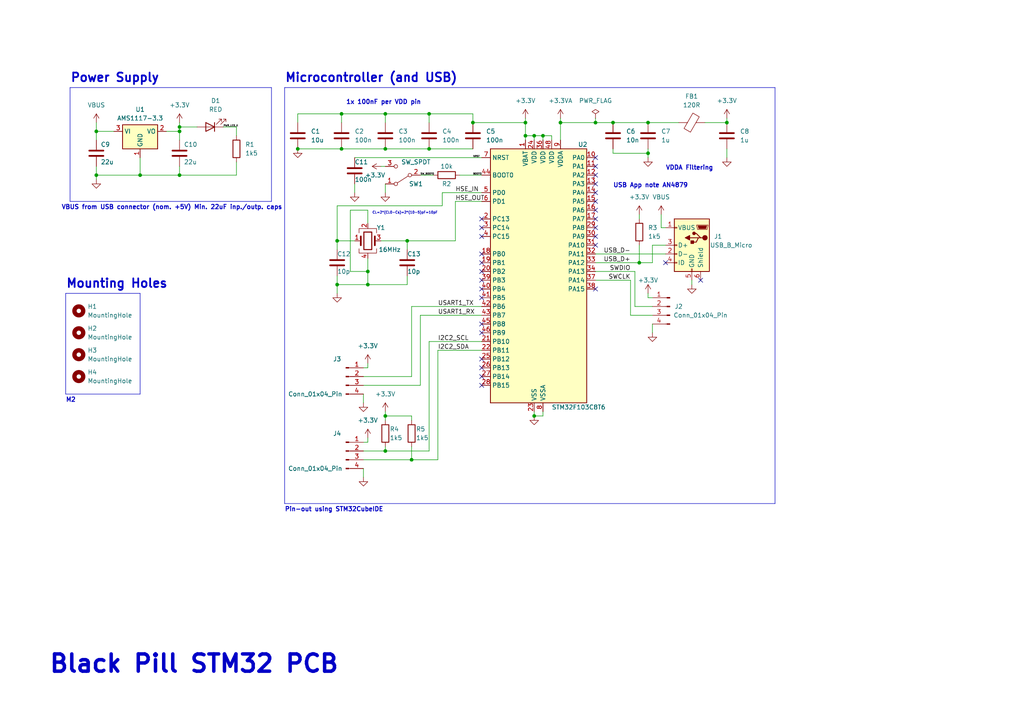
<source format=kicad_sch>
(kicad_sch (version 20230121) (generator eeschema)
  (paper "A4")
  (title_block (title "Black Pill STM32 PCB") (date "2023-09-20") (rev "0.1"))
  (lib_symbols
    (symbol "Connector:Conn_01x04_Pin" (pin_names (offset 1.016) hide)
      (property "Reference" "J" (at 0 5.08 0))
      (property "Value" "Conn_01x04_Pin" (at 0 -7.62 0))
      (symbol "Conn_01x04_Pin_1_1"
        (polyline (pts (xy 1.27 -5.08) (xy 0.8636 -5.08)) (stroke (width 0.1524)))
        (polyline (pts (xy 1.27 -2.54) (xy 0.8636 -2.54)) (stroke (width 0.1524)))
        (polyline (pts (xy 1.27 0) (xy 0.8636 0)) (stroke (width 0.1524)))
        (polyline (pts (xy 1.27 2.54) (xy 0.8636 2.54)) (stroke (width 0.1524)))
        (rectangle (start 0.8636 -4.953) (end 0 -5.207) (stroke (width 0.1524)) (fill (type outline)))
        (rectangle (start 0.8636 -2.413) (end 0 -2.667) (stroke (width 0.1524)) (fill (type outline)))
        (rectangle (start 0.8636 0.127) (end 0 -0.127) (stroke (width 0.1524)) (fill (type outline)))
        (rectangle (start 0.8636 2.667) (end 0 2.413) (stroke (width 0.1524)) (fill (type outline)))
        (pin passive line (at 5.08 2.54 180) (length 3.81) (name "Pin_1") (number "1"))
        (pin passive line (at 5.08 0 180) (length 3.81) (name "Pin_2") (number "2"))
        (pin passive line (at 5.08 -2.54 180) (length 3.81) (name "Pin_3") (number "3"))
        (pin passive line (at 5.08 -5.08 180) (length 3.81) (name "Pin_4") (number "4"))
      )
    )
    (symbol "Connector:USB_B_Micro" (pin_names (offset 1.016))
      (property "Reference" "J" (at -5.08 11.43 0))
      (property "Value" "USB_B_Micro" (at -5.08 8.89 0))
      (symbol "USB_B_Micro_0_1"
        (rectangle (start -5.08 -7.62) (end 5.08 7.62) (stroke (width 0.254)) (fill (type background)))
        (circle (center -3.81 2.159) (radius 0.635) (stroke (width 0.254)) (fill (type outline)))
        (circle (center -0.635 3.429) (radius 0.381) (stroke (width 0.254)) (fill (type outline)))
        (rectangle (start -0.127 -7.62) (end 0.127 -6.858))
        (polyline (pts (xy -1.905 2.159) (xy 0.635 2.159)) (stroke (width 0.254)))
        (polyline (pts (xy -3.175 2.159) (xy -2.54 2.159) (xy -1.27 3.429) (xy -0.635 3.429)) (stroke (width 0.254)))
        (polyline (pts (xy -2.54 2.159) (xy -1.905 2.159) (xy -1.27 0.889) (xy 0 0.889)) (stroke (width 0.254)))
        (polyline (pts (xy 0.635 2.794) (xy 0.635 1.524) (xy 1.905 2.159) (xy 0.635 2.794)) (stroke (width 0.254)) (fill (type outline)))
        (polyline (pts (xy -4.318 5.588) (xy -1.778 5.588) (xy -2.032 4.826) (xy -4.064 4.826) (xy -4.318 5.588)) (fill (type outline)))
        (polyline (pts (xy -4.699 5.842) (xy -4.699 5.588) (xy -4.445 4.826) (xy -4.445 4.572) (xy -1.651 4.572) (xy -1.651 4.826) (xy -1.397 5.588) (xy -1.397 5.842) (xy -4.699 5.842)))
        (rectangle (start 0.254 1.27) (end -0.508 0.508) (stroke (width 0.254)) (fill (type outline)))
        (rectangle (start 5.08 -5.207) (end 4.318 -4.953))
        (rectangle (start 5.08 -2.667) (end 4.318 -2.413))
        (rectangle (start 5.08 -0.127) (end 4.318 0.127))
        (rectangle (start 5.08 4.953) (end 4.318 5.207))
      )
      (symbol "USB_B_Micro_1_1"
        (pin power_out line (at 7.62 5.08 180) (length 2.54) (name "VBUS") (number "1"))
        (pin bidirectional line (at 7.62 -2.54 180) (length 2.54) (name "D-") (number "2"))
        (pin bidirectional line (at 7.62 0 180) (length 2.54) (name "D+") (number "3"))
        (pin passive line (at 7.62 -5.08 180) (length 2.54) (name "ID") (number "4"))
        (pin power_out line (at 0 -10.16 90) (length 2.54) (name "GND") (number "5"))
        (pin passive line (at -2.54 -10.16 90) (length 2.54) (name "Shield") (number "6"))
      )
    )
    (symbol "Device:C" (pin_numbers hide) (pin_names (offset 0.254))
      (property "Reference" "C" (at 0.635 2.54 0))
      (property "Value" "C" (at 0.635 -2.54 0))
      (symbol "C_0_1"
        (polyline (pts (xy -2.032 -0.762) (xy 2.032 -0.762)) (stroke (width 0.508)))
        (polyline (pts (xy -2.032 0.762) (xy 2.032 0.762)) (stroke (width 0.508)))
      )
      (symbol "C_1_1"
        (pin passive line (at 0 3.81 270) (length 2.794) (name "~") (number "1"))
        (pin passive line (at 0 -3.81 90) (length 2.794) (name "~") (number "2"))
      )
    )
    (symbol "Device:Crystal_GND24" (pin_names (offset 1.016) hide)
      (property "Reference" "Y" (at 3.175 5.08 0))
      (property "Value" "Crystal_GND24" (at 3.175 3.175 0))
      (symbol "Crystal_GND24_0_1"
        (rectangle (start -1.143 2.54) (end 1.143 -2.54) (stroke (width 0.3048)))
        (polyline (pts (xy -2.54 0) (xy -2.032 0)))
        (polyline (pts (xy -2.032 -1.27) (xy -2.032 1.27)) (stroke (width 0.508)))
        (polyline (pts (xy 0 -3.81) (xy 0 -3.556)))
        (polyline (pts (xy 0 3.556) (xy 0 3.81)))
        (polyline (pts (xy 2.032 -1.27) (xy 2.032 1.27)) (stroke (width 0.508)))
        (polyline (pts (xy 2.032 0) (xy 2.54 0)))
        (polyline (pts (xy -2.54 -2.286) (xy -2.54 -3.556) (xy 2.54 -3.556) (xy 2.54 -2.286)))
        (polyline (pts (xy -2.54 2.286) (xy -2.54 3.556) (xy 2.54 3.556) (xy 2.54 2.286)))
      )
      (symbol "Crystal_GND24_1_1"
        (pin passive line (at -3.81 0 0) (length 1.27) (name "1") (number "1"))
        (pin passive line (at 0 5.08 270) (length 1.27) (name "2") (number "2"))
        (pin passive line (at 3.81 0 180) (length 1.27) (name "3") (number "3"))
        (pin passive line (at 0 -5.08 90) (length 1.27) (name "4") (number "4"))
      )
    )
    (symbol "Device:FerriteBead" (pin_numbers hide) (pin_names (offset 0))
      (property "Reference" "FB" (at -3.81 0.635 90))
      (property "Value" "FerriteBead" (at 3.81 0 90))
      (symbol "FerriteBead_0_1"
        (polyline (pts (xy 0 -1.27) (xy 0 -1.2192)))
        (polyline (pts (xy 0 1.27) (xy 0 1.2954)))
        (polyline (pts (xy -2.7686 0.4064) (xy -1.7018 2.2606) (xy 2.7686 -0.3048) (xy 1.6764 -2.159) (xy -2.7686 0.4064)))
      )
      (symbol "FerriteBead_1_1"
        (pin passive line (at 0 3.81 270) (length 2.54) (name "~") (number "1"))
        (pin passive line (at 0 -3.81 90) (length 2.54) (name "~") (number "2"))
      )
    )
    (symbol "Device:LED" (pin_numbers hide) (pin_names (offset 1.016) hide)
      (property "Reference" "D" (at 0 2.54 0))
      (property "Value" "LED" (at 0 -2.54 0))
      (symbol "LED_0_1"
        (polyline (pts (xy -1.27 -1.27) (xy -1.27 1.27)) (stroke (width 0.254)))
        (polyline (pts (xy -1.27 0) (xy 1.27 0)))
        (polyline (pts (xy 1.27 -1.27) (xy 1.27 1.27) (xy -1.27 0) (xy 1.27 -1.27)) (stroke (width 0.254)))
        (polyline (pts (xy -3.048 -0.762) (xy -4.572 -2.286) (xy -3.81 -2.286) (xy -4.572 -2.286) (xy -4.572 -1.524)))
        (polyline (pts (xy -1.778 -0.762) (xy -3.302 -2.286) (xy -2.54 -2.286) (xy -3.302 -2.286) (xy -3.302 -1.524)))
      )
      (symbol "LED_1_1"
        (pin passive line (at -3.81 0 0) (length 2.54) (name "K") (number "1"))
        (pin passive line (at 3.81 0 180) (length 2.54) (name "A") (number "2"))
      )
    )
    (symbol "Device:R" (pin_numbers hide) (pin_names (offset 0))
      (property "Reference" "R" (at 2.032 0 90))
      (property "Value" "R" (at 0 0 90))
      (symbol "R_0_1"
        (rectangle (start -1.016 -2.54) (end 1.016 2.54) (stroke (width 0.254)))
      )
      (symbol "R_1_1"
        (pin passive line (at 0 3.81 270) (length 1.27) (name "~") (number "1"))
        (pin passive line (at 0 -3.81 90) (length 1.27) (name "~") (number "2"))
      )
    )
    (symbol "MCU_ST_STM32F1:STM32F103C8Tx"
      (property "Reference" "U" (at -12.7 39.37 0))
      (property "Value" "STM32F103C8Tx" (at 10.16 39.37 0))
      (symbol "STM32F103C8Tx_0_1"
        (rectangle (start -12.7 -35.56) (end 15.24 38.1) (stroke (width 0.254)) (fill (type background)))
      )
      (symbol "STM32F103C8Tx_1_1"
        (pin power_in line (at -2.54 40.64 270) (length 2.54) (name "VBAT") (number "1"))
        (pin bidirectional line (at 17.78 35.56 180) (length 2.54) (name "PA0") (number "10"))
        (pin bidirectional line (at 17.78 33.02 180) (length 2.54) (name "PA1") (number "11"))
        (pin bidirectional line (at 17.78 30.48 180) (length 2.54) (name "PA2") (number "12"))
        (pin bidirectional line (at 17.78 27.94 180) (length 2.54) (name "PA3") (number "13"))
        (pin bidirectional line (at 17.78 25.4 180) (length 2.54) (name "PA4") (number "14"))
        (pin bidirectional line (at 17.78 22.86 180) (length 2.54) (name "PA5") (number "15"))
        (pin bidirectional line (at 17.78 20.32 180) (length 2.54) (name "PA6") (number "16"))
        (pin bidirectional line (at 17.78 17.78 180) (length 2.54) (name "PA7") (number "17"))
        (pin bidirectional line (at -15.24 7.62 0) (length 2.54) (name "PB0") (number "18"))
        (pin bidirectional line (at -15.24 5.08 0) (length 2.54) (name "PB1") (number "19"))
        (pin bidirectional line (at -15.24 17.78 0) (length 2.54) (name "PC13") (number "2"))
        (pin bidirectional line (at -15.24 2.54 0) (length 2.54) (name "PB2") (number "20"))
        (pin bidirectional line (at -15.24 -17.78 0) (length 2.54) (name "PB10") (number "21"))
        (pin bidirectional line (at -15.24 -20.32 0) (length 2.54) (name "PB11") (number "22"))
        (pin power_in line (at 0 -38.1 90) (length 2.54) (name "VSS") (number "23"))
        (pin power_in line (at 0 40.64 270) (length 2.54) (name "VDD") (number "24"))
        (pin bidirectional line (at -15.24 -22.86 0) (length 2.54) (name "PB12") (number "25"))
        (pin bidirectional line (at -15.24 -25.4 0) (length 2.54) (name "PB13") (number "26"))
        (pin bidirectional line (at -15.24 -27.94 0) (length 2.54) (name "PB14") (number "27"))
        (pin bidirectional line (at -15.24 -30.48 0) (length 2.54) (name "PB15") (number "28"))
        (pin bidirectional line (at 17.78 15.24 180) (length 2.54) (name "PA8") (number "29"))
        (pin bidirectional line (at -15.24 15.24 0) (length 2.54) (name "PC14") (number "3"))
        (pin bidirectional line (at 17.78 12.7 180) (length 2.54) (name "PA9") (number "30"))
        (pin bidirectional line (at 17.78 10.16 180) (length 2.54) (name "PA10") (number "31"))
        (pin bidirectional line (at 17.78 7.62 180) (length 2.54) (name "PA11") (number "32"))
        (pin bidirectional line (at 17.78 5.08 180) (length 2.54) (name "PA12") (number "33"))
        (pin bidirectional line (at 17.78 2.54 180) (length 2.54) (name "PA13") (number "34"))
        (pin passive line (at 0 -38.1 90) (length 2.54) hide (name "VSS") (number "35"))
        (pin power_in line (at 2.54 40.64 270) (length 2.54) (name "VDD") (number "36"))
        (pin bidirectional line (at 17.78 0 180) (length 2.54) (name "PA14") (number "37"))
        (pin bidirectional line (at 17.78 -2.54 180) (length 2.54) (name "PA15") (number "38"))
        (pin bidirectional line (at -15.24 0 0) (length 2.54) (name "PB3") (number "39"))
        (pin bidirectional line (at -15.24 12.7 0) (length 2.54) (name "PC15") (number "4"))
        (pin bidirectional line (at -15.24 -2.54 0) (length 2.54) (name "PB4") (number "40"))
        (pin bidirectional line (at -15.24 -5.08 0) (length 2.54) (name "PB5") (number "41"))
        (pin bidirectional line (at -15.24 -7.62 0) (length 2.54) (name "PB6") (number "42"))
        (pin bidirectional line (at -15.24 -10.16 0) (length 2.54) (name "PB7") (number "43"))
        (pin input line (at -15.24 30.48 0) (length 2.54) (name "BOOT0") (number "44"))
        (pin bidirectional line (at -15.24 -12.7 0) (length 2.54) (name "PB8") (number "45"))
        (pin bidirectional line (at -15.24 -15.24 0) (length 2.54) (name "PB9") (number "46"))
        (pin passive line (at 0 -38.1 90) (length 2.54) hide (name "VSS") (number "47"))
        (pin power_in line (at 5.08 40.64 270) (length 2.54) (name "VDD") (number "48"))
        (pin bidirectional line (at -15.24 25.4 0) (length 2.54) (name "PD0") (number "5"))
        (pin bidirectional line (at -15.24 22.86 0) (length 2.54) (name "PD1") (number "6"))
        (pin input line (at -15.24 35.56 0) (length 2.54) (name "NRST") (number "7"))
        (pin power_in line (at 2.54 -38.1 90) (length 2.54) (name "VSSA") (number "8"))
        (pin power_in line (at 7.62 40.64 270) (length 2.54) (name "VDDA") (number "9"))
      )
    )
    (symbol "Mechanical:MountingHole" (pin_names (offset 1.016))
      (property "Reference" "H" (at 0 5.08 0))
      (property "Value" "MountingHole" (at 0 3.175 0))
      (symbol "MountingHole_0_1"
        (circle (center 0 0) (radius 1.27) (stroke (width 1.27)))
      )
    )
    (symbol "Regulator_Linear:AMS1117-3.3"
      (property "Reference" "U" (at -3.81 3.175 0))
      (property "Value" "AMS1117-3.3" (at 0 3.175 0))
      (symbol "AMS1117-3.3_0_1"
        (rectangle (start -5.08 -5.08) (end 5.08 1.905) (stroke (width 0.254)) (fill (type background)))
      )
      (symbol "AMS1117-3.3_1_1"
        (pin power_in line (at 0 -7.62 90) (length 2.54) (name "GND") (number "1"))
        (pin power_out line (at 7.62 0 180) (length 2.54) (name "VO") (number "2"))
        (pin power_in line (at -7.62 0 0) (length 2.54) (name "VI") (number "3"))
      )
    )
    (symbol "Switch:SW_SPDT" (pin_names (offset 0) hide)
      (property "Reference" "SW" (at 0 4.318 0))
      (property "Value" "SW_SPDT" (at 0 -5.08 0))
      (symbol "SW_SPDT_0_0"
        (circle (center -2.032 0) (radius 0.508))
        (circle (center 2.032 -2.54) (radius 0.508))
      )
      (symbol "SW_SPDT_0_1"
        (polyline (pts (xy -1.524 0.254) (xy 1.651 2.286)))
        (circle (center 2.032 2.54) (radius 0.508))
      )
      (symbol "SW_SPDT_1_1"
        (pin passive line (at 5.08 2.54 180) (length 2.54) (name "A") (number "1"))
        (pin passive line (at -5.08 0 0) (length 2.54) (name "B") (number "2"))
        (pin passive line (at 5.08 -2.54 180) (length 2.54) (name "C") (number "3"))
      )
    )
    (symbol "power:+3.3V" (power) (pin_names (offset 0))
      (property "Value" "+3.3V" (at 0 3.556 0))
      (symbol "+3.3V_0_1"
        (polyline (pts (xy -0.762 1.27) (xy 0 2.54)))
        (polyline (pts (xy 0 0) (xy 0 2.54)))
        (polyline (pts (xy 0 2.54) (xy 0.762 1.27)))
      )
      (symbol "+3.3V_1_1"
        (pin power_in line (at 0 0 90) (length 0) hide (name "+3.3V") (number "1"))
      )
    )
    (symbol "power:+3.3VA" (power) (pin_names (offset 0))
      (property "Value" "+3.3VA" (at 0 3.556 0))
      (symbol "+3.3VA_0_1"
        (polyline (pts (xy -0.762 1.27) (xy 0 2.54)))
        (polyline (pts (xy 0 0) (xy 0 2.54)))
        (polyline (pts (xy 0 2.54) (xy 0.762 1.27)))
      )
      (symbol "+3.3VA_1_1"
        (pin power_in line (at 0 0 90) (length 0) hide (name "+3.3VA") (number "1"))
      )
    )
    (symbol "power:GND" (power) (pin_names (offset 0))
      (property "Value" "GND" (at 0 -3.81 0))
      (symbol "GND_0_1"
        (polyline (pts (xy 0 0) (xy 0 -1.27) (xy 1.27 -1.27) (xy 0 -2.54) (xy -1.27 -1.27) (xy 0 -1.27)))
      )
      (symbol "GND_1_1"
        (pin power_in line (at 0 0 270) (length 0) hide (name "GND") (number "1"))
      )
    )
    (symbol "power:PWR_FLAG" (power) (pin_numbers hide) (pin_names (offset 0) hide)
      (property "Value" "PWR_FLAG" (at 0 3.81 0))
      (symbol "PWR_FLAG_0_0"
        (pin power_out line (at 0 0 90) (length 0) (name "pwr") (number "1"))
      )
      (symbol "PWR_FLAG_0_1"
        (polyline (pts (xy 0 0) (xy 0 1.27) (xy -1.016 1.905) (xy 0 2.54) (xy 1.016 1.905) (xy 0 1.27)))
      )
    )
    (symbol "power:VBUS" (power) (pin_names (offset 0))
      (property "Value" "VBUS" (at 0 3.81 0))
      (symbol "VBUS_0_1"
        (polyline (pts (xy -0.762 1.27) (xy 0 2.54)))
        (polyline (pts (xy 0 0) (xy 0 2.54)))
        (polyline (pts (xy 0 2.54) (xy 0.762 1.27)))
      )
      (symbol "VBUS_1_1"
        (pin power_in line (at 0 0 90) (length 0) hide (name "VBUS") (number "1"))
      )
    )
  )
  (junction (at 52.07 50.8))
  (junction (at 52.07 38.1))
  (junction (at 172.72 35.56))
  (junction (at 187.96 35.56))
  (junction (at 124.46 43.18))
  (junction (at 106.68 82.55))
  (junction (at 111.76 120.65))
  (junction (at 152.4 35.56))
  (junction (at 119.38 133.35))
  (junction (at 111.76 43.18))
  (junction (at 97.79 82.55))
  (junction (at 157.48 39.37))
  (junction (at 99.06 33.02))
  (junction (at 187.96 44.45))
  (junction (at 99.06 43.18))
  (junction (at 111.76 33.02))
  (junction (at 52.07 36.83))
  (junction (at 27.94 38.1))
  (junction (at 162.56 35.56))
  (junction (at 154.94 120.65))
  (junction (at 185.42 76.2))
  (junction (at 40.64 50.8))
  (junction (at 106.68 78.74))
  (junction (at 177.8 35.56))
  (junction (at 137.16 35.56))
  (junction (at 124.46 33.02))
  (junction (at 210.82 35.56))
  (junction (at 111.76 130.81))
  (junction (at 27.94 50.8))
  (junction (at 152.4 39.37))
  (junction (at 97.79 69.85))
  (junction (at 86.36 43.18))
  (junction (at 118.11 69.85))
  (junction (at 154.94 39.37))
  (no_connect (at 139.7 63.5))
  (no_connect (at 172.72 60.96))
  (no_connect (at 139.7 109.22))
  (no_connect (at 172.72 53.34))
  (no_connect (at 139.7 93.98))
  (no_connect (at 139.7 96.52))
  (no_connect (at 139.7 78.74))
  (no_connect (at 139.7 66.04))
  (no_connect (at 139.7 76.2))
  (no_connect (at 172.72 83.82))
  (no_connect (at 139.7 81.28))
  (no_connect (at 172.72 50.8))
  (no_connect (at 139.7 83.82))
  (no_connect (at 172.72 71.12))
  (no_connect (at 203.2 81.28))
  (no_connect (at 172.72 66.04))
  (no_connect (at 139.7 106.68))
  (no_connect (at 139.7 86.36))
  (no_connect (at 172.72 58.42))
  (no_connect (at 172.72 63.5))
  (no_connect (at 193.04 76.2))
  (no_connect (at 172.72 68.58))
  (no_connect (at 139.7 104.14))
  (no_connect (at 139.7 111.76))
  (no_connect (at 172.72 48.26))
  (no_connect (at 172.72 55.88))
  (no_connect (at 139.7 73.66))
  (no_connect (at 139.7 68.58))
  (no_connect (at 172.72 45.72))
  (wire (pts (xy 48.26 38.1) (xy 52.07 38.1)))
  (wire (pts (xy 189.23 86.36) (xy 187.96 86.36)))
  (wire (pts (xy 105.41 114.3) (xy 105.41 116.84)))
  (wire (pts (xy 119.38 133.35) (xy 127 133.35)))
  (wire (pts (xy 124.46 130.81) (xy 124.46 99.06)))
  (wire (pts (xy 132.08 69.85) (xy 132.08 58.42)))
  (wire (pts (xy 154.94 39.37) (xy 157.48 39.37)))
  (wire (pts (xy 99.06 33.02) (xy 111.76 33.02)))
  (wire (pts (xy 106.68 74.93) (xy 106.68 78.74)))
  (wire (pts (xy 105.41 111.76) (xy 121.92 111.76)))
  (wire (pts (xy 210.82 34.29) (xy 210.82 35.56)))
  (wire (pts (xy 97.79 82.55) (xy 97.79 85.09)))
  (wire (pts (xy 154.94 120.65) (xy 154.94 119.38)))
  (wire (pts (xy 68.58 46.99) (xy 68.58 50.8)))
  (wire (pts (xy 118.11 82.55) (xy 106.68 82.55)))
  (polyline (pts (xy 20.32 25.4) (xy 20.32 58.42)))
  (polyline (pts (xy 40.64 114.3) (xy 40.64 85.09)))
  (wire (pts (xy 52.07 35.56) (xy 52.07 36.83)))
  (wire (pts (xy 162.56 35.56) (xy 172.72 35.56)))
  (wire (pts (xy 128.27 59.69) (xy 128.27 55.88)))
  (polyline (pts (xy 20.32 58.42) (xy 78.74 58.42)))
  (polyline (pts (xy 19.05 85.09) (xy 19.05 114.3)))
  (wire (pts (xy 106.68 64.77) (xy 106.68 60.96)))
  (wire (pts (xy 111.76 129.54) (xy 111.76 130.81)))
  (polyline (pts (xy 19.05 114.3) (xy 40.64 114.3)))
  (polyline (pts (xy 78.74 58.42) (xy 78.74 25.4)))
  (wire (pts (xy 106.68 78.74) (xy 106.68 82.55)))
  (wire (pts (xy 121.92 111.76) (xy 121.92 91.44)))
  (wire (pts (xy 68.58 36.83) (xy 68.58 39.37)))
  (wire (pts (xy 52.07 36.83) (xy 57.15 36.83)))
  (wire (pts (xy 105.41 133.35) (xy 119.38 133.35)))
  (wire (pts (xy 132.08 58.42) (xy 139.7 58.42)))
  (wire (pts (xy 106.68 82.55) (xy 97.79 82.55)))
  (wire (pts (xy 187.96 86.36) (xy 187.96 85.09)))
  (wire (pts (xy 172.72 73.66) (xy 193.04 73.66)))
  (wire (pts (xy 118.11 69.85) (xy 118.11 72.39)))
  (wire (pts (xy 152.4 39.37) (xy 154.94 39.37)))
  (polyline (pts (xy 82.55 146.05) (xy 224.79 146.05)))
  (wire (pts (xy 187.96 35.56) (xy 196.85 35.56)))
  (wire (pts (xy 102.87 45.72) (xy 139.7 45.72)))
  (wire (pts (xy 106.68 105.41) (xy 106.68 106.68)))
  (wire (pts (xy 119.38 88.9) (xy 139.7 88.9)))
  (wire (pts (xy 177.8 43.18) (xy 177.8 44.45)))
  (wire (pts (xy 52.07 50.8) (xy 52.07 48.26)))
  (wire (pts (xy 124.46 33.02) (xy 137.16 33.02)))
  (wire (pts (xy 105.41 106.68) (xy 106.68 106.68)))
  (wire (pts (xy 27.94 35.56) (xy 27.94 38.1)))
  (wire (pts (xy 152.4 35.56) (xy 152.4 39.37)))
  (wire (pts (xy 105.41 130.81) (xy 111.76 130.81)))
  (wire (pts (xy 137.16 35.56) (xy 152.4 35.56)))
  (wire (pts (xy 137.16 33.02) (xy 137.16 35.56)))
  (wire (pts (xy 172.72 76.2) (xy 185.42 76.2)))
  (wire (pts (xy 121.92 91.44) (xy 139.7 91.44)))
  (wire (pts (xy 52.07 36.83) (xy 52.07 38.1)))
  (polyline (pts (xy 20.32 25.4) (xy 78.74 25.4)))
  (wire (pts (xy 189.23 91.44) (xy 182.88 91.44)))
  (wire (pts (xy 27.94 50.8) (xy 40.64 50.8)))
  (wire (pts (xy 128.27 55.88) (xy 139.7 55.88)))
  (wire (pts (xy 185.42 76.2) (xy 189.23 76.2)))
  (wire (pts (xy 64.77 36.83) (xy 68.58 36.83)))
  (wire (pts (xy 127 101.6) (xy 139.7 101.6)))
  (wire (pts (xy 193.04 71.12) (xy 189.23 71.12)))
  (wire (pts (xy 204.47 35.56) (xy 210.82 35.56)))
  (wire (pts (xy 162.56 34.29) (xy 162.56 35.56)))
  (wire (pts (xy 157.48 120.65) (xy 157.48 119.38)))
  (wire (pts (xy 102.87 69.85) (xy 97.79 69.85)))
  (wire (pts (xy 124.46 99.06) (xy 139.7 99.06)))
  (wire (pts (xy 40.64 45.72) (xy 40.64 50.8)))
  (wire (pts (xy 172.72 34.29) (xy 172.72 35.56)))
  (wire (pts (xy 111.76 43.18) (xy 124.46 43.18)))
  (wire (pts (xy 86.36 33.02) (xy 99.06 33.02)))
  (wire (pts (xy 106.68 60.96) (xy 101.6 60.96)))
  (wire (pts (xy 118.11 69.85) (xy 132.08 69.85)))
  (wire (pts (xy 127 133.35) (xy 127 101.6)))
  (wire (pts (xy 97.79 69.85) (xy 97.79 72.39)))
  (wire (pts (xy 105.41 109.22) (xy 119.38 109.22)))
  (polyline (pts (xy 82.55 25.4) (xy 82.55 146.05)))
  (wire (pts (xy 172.72 81.28) (xy 182.88 81.28)))
  (wire (pts (xy 187.96 44.45) (xy 187.96 45.72)))
  (wire (pts (xy 110.49 69.85) (xy 118.11 69.85)))
  (wire (pts (xy 185.42 62.23) (xy 185.42 63.5)))
  (wire (pts (xy 27.94 38.1) (xy 27.94 40.64)))
  (wire (pts (xy 172.72 78.74) (xy 184.15 78.74)))
  (wire (pts (xy 177.8 35.56) (xy 187.96 35.56)))
  (wire (pts (xy 124.46 43.18) (xy 137.16 43.18)))
  (wire (pts (xy 189.23 88.9) (xy 184.15 88.9)))
  (wire (pts (xy 172.72 35.56) (xy 177.8 35.56)))
  (wire (pts (xy 191.77 62.23) (xy 191.77 66.04)))
  (wire (pts (xy 102.87 53.34) (xy 102.87 55.88)))
  (wire (pts (xy 111.76 130.81) (xy 124.46 130.81)))
  (polyline (pts (xy 82.55 25.4) (xy 224.79 25.4)))
  (wire (pts (xy 52.07 50.8) (xy 68.58 50.8)))
  (wire (pts (xy 187.96 43.18) (xy 187.96 44.45)))
  (wire (pts (xy 99.06 43.18) (xy 111.76 43.18)))
  (wire (pts (xy 97.79 80.01) (xy 97.79 82.55)))
  (wire (pts (xy 111.76 119.38) (xy 111.76 120.65)))
  (wire (pts (xy 133.35 50.8) (xy 139.7 50.8)))
  (wire (pts (xy 119.38 129.54) (xy 119.38 133.35)))
  (wire (pts (xy 40.64 50.8) (xy 52.07 50.8)))
  (wire (pts (xy 154.94 120.65) (xy 157.48 120.65)))
  (wire (pts (xy 111.76 120.65) (xy 111.76 121.92)))
  (wire (pts (xy 152.4 34.29) (xy 152.4 35.56)))
  (wire (pts (xy 185.42 71.12) (xy 185.42 76.2)))
  (wire (pts (xy 105.41 135.89) (xy 105.41 138.43)))
  (wire (pts (xy 106.68 127) (xy 106.68 128.27)))
  (wire (pts (xy 27.94 52.07) (xy 27.94 50.8)))
  (wire (pts (xy 118.11 80.01) (xy 118.11 82.55)))
  (wire (pts (xy 210.82 43.18) (xy 210.82 45.72)))
  (wire (pts (xy 110.49 48.26) (xy 111.76 48.26)))
  (wire (pts (xy 52.07 38.1) (xy 52.07 40.64)))
  (wire (pts (xy 200.66 81.28) (xy 200.66 82.55)))
  (wire (pts (xy 86.36 43.18) (xy 99.06 43.18)))
  (wire (pts (xy 105.41 128.27) (xy 106.68 128.27)))
  (wire (pts (xy 154.94 39.37) (xy 154.94 40.64)))
  (wire (pts (xy 27.94 38.1) (xy 33.02 38.1)))
  (wire (pts (xy 162.56 35.56) (xy 162.56 40.64)))
  (wire (pts (xy 119.38 109.22) (xy 119.38 88.9)))
  (wire (pts (xy 119.38 121.92) (xy 119.38 120.65)))
  (wire (pts (xy 177.8 44.45) (xy 187.96 44.45)))
  (wire (pts (xy 182.88 91.44) (xy 182.88 81.28)))
  (wire (pts (xy 97.79 59.69) (xy 128.27 59.69)))
  (wire (pts (xy 101.6 78.74) (xy 106.68 78.74)))
  (wire (pts (xy 184.15 88.9) (xy 184.15 78.74)))
  (wire (pts (xy 27.94 48.26) (xy 27.94 50.8)))
  (wire (pts (xy 191.77 66.04) (xy 193.04 66.04)))
  (wire (pts (xy 111.76 53.34) (xy 111.76 55.88)))
  (wire (pts (xy 189.23 93.98) (xy 189.23 96.52)))
  (wire (pts (xy 152.4 39.37) (xy 152.4 40.64)))
  (wire (pts (xy 124.46 33.02) (xy 124.46 35.56)))
  (wire (pts (xy 101.6 60.96) (xy 101.6 78.74)))
  (wire (pts (xy 86.36 35.56) (xy 86.36 33.02)))
  (wire (pts (xy 119.38 120.65) (xy 111.76 120.65)))
  (wire (pts (xy 189.23 71.12) (xy 189.23 76.2)))
  (wire (pts (xy 111.76 33.02) (xy 111.76 35.56)))
  (wire (pts (xy 157.48 39.37) (xy 157.48 40.64)))
  (polyline (pts (xy 224.79 146.05) (xy 224.79 25.4)))
  (wire (pts (xy 97.79 59.69) (xy 97.79 69.85)))
  (polyline (pts (xy 19.05 85.09) (xy 40.64 85.09)))
  (wire (pts (xy 99.06 33.02) (xy 99.06 35.56)))
  (wire (pts (xy 121.92 50.8) (xy 125.73 50.8)))
  (wire (pts (xy 157.48 39.37) (xy 160.02 39.37)))
  (wire (pts (xy 111.76 33.02) (xy 124.46 33.02)))
  (wire (pts (xy 160.02 39.37) (xy 160.02 40.64)))
  (text "1x 100nF per VDD pin" (at 100.33 30.48 0) (effects (font (size 1.27 1.27) bold) (justify left bottom)))
  (text "VDDA Filtering" (at 193.04 49.53 0) (effects (font (size 1.27 1.27) bold) (justify left bottom)))
  (text "Pin-out using STM32CubeIDE" (at 82.55 148.59 0) (effects (font (size 1.27 1.27) bold) (justify left bottom)))
  (text "Power Supply" (at 20.32 24.13 0) (effects (font (size 2.5 2.5) (thickness 0.5) bold) (justify left bottom)))
  (text "USB App note AN4879" (at 177.8 54.61 0) (effects (font (size 1.27 1.27) bold) (justify left bottom)))
  (text "CL=2*(CL0-Cs)=2*(10-5)pF=10pF" (at 107.95 62.23 0) (effects (font (size 0.7 0.7) bold) (justify left bottom)))
  (text "Microcontroller (and USB)" (at 82.55 24.13 0) (effects (font (size 2.5 2.5) (thickness 0.5) bold) (justify left bottom)))
  (text "M2" (at 19.05 116.84 0) (effects (font (size 1.27 1.27) bold) (justify left bottom)))
  (text "Mounting Holes" (at 19.05 83.82 0) (effects (font (size 2.5 2.5) (thickness 0.5) bold) (justify left bottom)))
  (text "Black Pill STM32 PCB" (at 13.97 195.58 0) (effects (font (size 5 5) (thickness 1) bold) (justify left bottom)))
  (text "VBUS from USB connector (nom. +5V) Min. 22uF inp./outp. caps" (at 17.78 60.96 0) (effects (font (size 1.27 1.27) bold) (justify left bottom)))
  (label "PWR_LED_K" (at 64.77 36.83 0) (effects (font (size 0.5 0.5))))
  (label "USB_D+" (at 182.88 76.2 180))
  (label "USB_D-" (at 182.88 73.66 180))
  (label "I2C2_SDA" (at 127 101.6 0))
  (label "BOOTO" (at 137.16 50.8 0) (effects (font (size 0.5 0.5))))
  (label "SWDIO" (at 182.88 78.74 180))
  (label "HSE_OUT" (at 132.08 58.42 0))
  (label "SW_BOOTO" (at 121.92 50.8 0) (effects (font (size 0.5 0.5))))
  (label "I2C2_SCL" (at 127 99.06 0))
  (label "NRST" (at 137.16 45.72 0) (effects (font (size 0.5 0.5))))
  (label "HSE_IN" (at 132.08 55.88 0))
  (label "USART1_RX" (at 127 91.44 0))
  (label "SWCLK" (at 182.88 81.28 180))
  (label "USART1_TX" (at 127 88.9 0))
  (symbol (lib_id "power:+3.3V") (at 185.42 62.23 0) (unit 1)
    (property "Reference" "#PWR013" (effects hide))
    (property "Value" "+3.3V" (at 185.42 57.15 0))
  )
  (symbol (lib_id "power:GND") (at 187.96 45.72 0) (unit 1)
    (property "Reference" "#PWR07" (effects hide))
    (property "Value" "GND" (effects hide))
  )
  (symbol (lib_id "Device:Crystal_GND24") (at 106.68 69.85 0) (unit 1)
    (property "Reference" "Y1" (at 110.49 66.04 0))
    (property "Value" "16MHz" (at 113.03 72.39 0))
    (property "Footprint" "Crystal:Crystal_SMD_3225-4Pin_3.2x2.5mm" (effects hide))
  )
  (symbol (lib_id "power:+3.3V") (at 152.4 34.29 0) (unit 1)
    (property "Reference" "#PWR01" (effects hide))
    (property "Value" "+3.3V" (at 152.4 29.21 0))
  )
  (symbol (lib_id "Device:R") (at 68.58 43.18 0) (unit 1)
    (property "Reference" "R1" (at 71.12 41.91 0) (effects (justify left)))
    (property "Value" "1k5" (at 71.12 44.45 0) (effects (justify left)))
    (property "Footprint" "Resistor_SMD:R_0402_1005Metric" (effects hide))
  )
  (symbol (lib_id "Connector:Conn_01x04_Pin") (at 100.33 109.22 0) (unit 1)
    (property "Reference" "J3" (at 97.79 104.14 0))
    (property "Value" "Conn_01x04_Pin" (at 91.44 114.3 0))
    (property "Footprint" "Connector_PinHeader_2.54mm:PinHeader_1x04_P2.54mm_Vertical" (effects hide))
  )
  (symbol (lib_id "power:GND") (at 105.41 116.84 0) (mirror y) (unit 1)
    (property "Reference" "#PWR020" (effects hide))
    (property "Value" "GND" (effects hide))
  )
  (symbol (lib_id "Device:C") (at 137.16 39.37 0) (unit 1)
    (property "Reference" "C5" (at 140.97 38.1 0) (effects (justify left)))
    (property "Value" "100n" (at 140.97 40.64 0) (effects (justify left)))
    (property "Footprint" "Capacitor_SMD:C_0402_1005Metric" (effects hide))
  )
  (symbol (lib_id "Regulator_Linear:AMS1117-3.3") (at 40.64 38.1 0) (unit 1)
    (property "Reference" "U1" (at 40.64 31.75 0))
    (property "Value" "AMS1117-3.3" (at 40.64 34.29 0))
    (property "Footprint" "Package_TO_SOT_SMD:SOT-223-3_TabPin2" (effects hide))
    (property "Datasheet" "http://www.advanced-monolithic.com/pdf/ds1117.pdf" (effects hide))
  )
  (symbol (lib_id "Device:FerriteBead") (at 200.66 35.56 90) (unit 1)
    (property "Reference" "FB1" (at 200.6092 27.94 90))
    (property "Value" "120R" (at 200.6092 30.48 90))
    (property "Footprint" "Inductor_SMD:L_0603_1608Metric" (effects hide))
  )
  (symbol (lib_id "Device:LED") (at 60.96 36.83 180) (unit 1)
    (property "Reference" "D1" (at 62.5475 29.21 0))
    (property "Value" "RED" (at 62.5475 31.75 0))
    (property "Footprint" "LED_SMD:LED_0603_1608Metric" (effects hide))
  )
  (symbol (lib_id "power:+3.3V") (at 106.68 105.41 0) (unit 1)
    (property "Reference" "#PWR019" (effects hide))
    (property "Value" "+3.3V" (at 106.68 100.33 0))
  )
  (symbol (lib_id "power:GND") (at 105.41 138.43 0) (mirror y) (unit 1)
    (property "Reference" "#PWR024" (effects hide))
    (property "Value" "GND" (effects hide))
  )
  (symbol (lib_id "power:+3.3V") (at 210.82 34.29 0) (unit 1)
    (property "Reference" "#PWR03" (effects hide))
    (property "Value" "+3.3V" (at 210.82 29.21 0))
  )
  (symbol (lib_id "Device:C") (at 27.94 44.45 0) (unit 1)
    (property "Reference" "C9" (at 29.21 41.91 0) (effects (justify left)))
    (property "Value" "22u" (at 29.21 46.99 0) (effects (justify left)))
    (property "Footprint" "Capacitor_SMD:C_0805_2012Metric" (effects hide))
  )
  (symbol (lib_id "power:+3.3V") (at 110.49 48.26 90) (unit 1)
    (property "Reference" "#PWR09" (effects hide))
    (property "Value" "+3.3V" (at 111.76 50.8 90) (effects (justify left)))
  )
  (symbol (lib_id "Mechanical:MountingHole") (at 22.86 96.52 0) (unit 1)
    (property "Reference" "H2" (at 25.4 95.25 0) (effects (justify left)))
    (property "Value" "MountingHole" (at 25.4 97.79 0) (effects (justify left)))
    (property "Footprint" "MountingHole:MountingHole_2.2mm_M2" (effects hide))
  )
  (symbol (lib_id "Device:R") (at 129.54 50.8 90) (unit 1)
    (property "Reference" "R2" (at 129.54 53.34 90))
    (property "Value" "10k" (at 129.54 48.26 90))
    (property "Footprint" "Capacitor_SMD:C_0402_1005Metric" (effects hide))
  )
  (symbol (lib_id "power:GND") (at 102.87 55.88 0) (unit 1)
    (property "Reference" "#PWR011" (effects hide))
    (property "Value" "GND" (effects hide))
  )
  (symbol (lib_id "Device:R") (at 185.42 67.31 0) (unit 1)
    (property "Reference" "R3" (at 187.96 66.04 0) (effects (justify left)))
    (property "Value" "1k5" (at 187.96 68.58 0) (effects (justify left)))
    (property "Footprint" "Resistor_SMD:R_0402_1005Metric" (effects hide))
  )
  (symbol (lib_id "power:GND") (at 154.94 120.65 0) (unit 1)
    (property "Reference" "#PWR022" (effects hide))
    (property "Value" "GND" (effects hide))
  )
  (symbol (lib_id "Device:C") (at 111.76 39.37 0) (unit 1)
    (property "Reference" "C3" (at 115.57 38.1 0) (effects (justify left)))
    (property "Value" "100n" (at 115.57 40.64 0) (effects (justify left)))
    (property "Footprint" "Capacitor_SMD:C_0402_1005Metric" (effects hide))
  )
  (symbol (lib_id "Device:C") (at 97.79 76.2 0) (unit 1)
    (property "Reference" "C12" (at 97.79 73.66 0) (effects (justify left)))
    (property "Value" "10p" (at 97.79 78.74 0) (effects (justify left)))
    (property "Footprint" "Capacitor_SMD:C_0402_1005Metric" (effects hide))
  )
  (symbol (lib_id "Mechanical:MountingHole") (at 22.86 90.17 0) (unit 1)
    (property "Reference" "H1" (at 25.4 88.9 0) (effects (justify left)))
    (property "Value" "MountingHole" (at 25.4 91.44 0) (effects (justify left)))
    (property "Footprint" "MountingHole:MountingHole_2.2mm_M2" (effects hide))
  )
  (symbol (lib_id "power:+3.3V") (at 106.68 127 0) (unit 1)
    (property "Reference" "#PWR023" (effects hide))
    (property "Value" "+3.3V" (at 106.68 121.92 0))
  )
  (symbol (lib_id "power:GND") (at 210.82 45.72 0) (unit 1)
    (property "Reference" "#PWR08" (effects hide))
    (property "Value" "GND" (effects hide))
  )
  (symbol (lib_id "Device:C") (at 99.06 39.37 0) (unit 1)
    (property "Reference" "C2" (at 102.87 38.1 0) (effects (justify left)))
    (property "Value" "100n" (at 102.87 40.64 0) (effects (justify left)))
    (property "Footprint" "Capacitor_SMD:C_0402_1005Metric" (effects hide))
  )
  (symbol (lib_id "Switch:SW_SPDT") (at 116.84 50.8 180) (unit 1)
    (property "Reference" "SW1" (at 120.65 53.34 0))
    (property "Value" "SW_SPDT" (at 120.65 46.99 0))
    (property "Footprint" "Button_Switch_SMD:SW_SPDT_PCM12" (effects hide))
  )
  (symbol (lib_id "Device:C") (at 52.07 44.45 0) (unit 1)
    (property "Reference" "C10" (at 53.34 41.91 0) (effects (justify left)))
    (property "Value" "22u" (at 53.34 46.99 0) (effects (justify left)))
    (property "Footprint" "Capacitor_SMD:C_0805_2012Metric" (effects hide))
  )
  (symbol (lib_id "Device:C") (at 210.82 39.37 0) (unit 1)
    (property "Reference" "C8" (at 214.63 38.1 0) (effects (justify left)))
    (property "Value" "1u" (at 214.63 40.64 0) (effects (justify left)))
    (property "Footprint" "Capacitor_SMD:C_0402_1005Metric" (effects hide))
  )
  (symbol (lib_id "power:+3.3V") (at 187.96 85.09 0) (unit 1)
    (property "Reference" "#PWR017" (effects hide))
    (property "Value" "+3.3V" (at 187.96 81.28 0))
  )
  (symbol (lib_id "power:GND") (at 200.66 82.55 0) (unit 1)
    (property "Reference" "#PWR015" (effects hide))
    (property "Value" "GND" (effects hide))
  )
  (symbol (lib_id "Device:C") (at 187.96 39.37 0) (unit 1)
    (property "Reference" "C7" (at 191.77 38.1 0) (effects (justify left)))
    (property "Value" "1u" (at 191.77 40.64 0) (effects (justify left)))
    (property "Footprint" "Capacitor_SMD:C_0402_1005Metric" (effects hide))
  )
  (symbol (lib_id "power:+3.3V") (at 111.76 119.38 0) (unit 1)
    (property "Reference" "#PWR021" (effects hide))
    (property "Value" "+3.3V" (at 111.76 114.3 0))
  )
  (symbol (lib_id "power:GND") (at 86.36 43.18 0) (unit 1)
    (property "Reference" "#PWR06" (effects hide))
    (property "Value" "GND" (effects hide))
  )
  (symbol (lib_id "power:GND") (at 111.76 55.88 0) (unit 1)
    (property "Reference" "#PWR012" (effects hide))
    (property "Value" "GND" (effects hide))
  )
  (symbol (lib_id "Device:C") (at 102.87 49.53 0) (unit 1)
    (property "Reference" "C11" (at 102.87 46.99 0) (effects (justify left)))
    (property "Value" "100n" (at 102.87 52.07 0) (effects (justify left)))
    (property "Footprint" "Capacitor_SMD:C_0402_1005Metric" (effects hide))
  )
  (symbol (lib_id "power:GND") (at 97.79 85.09 0) (unit 1)
    (property "Reference" "#PWR016" (effects hide))
    (property "Value" "GND" (effects hide))
  )
  (symbol (lib_id "Connector:USB_B_Micro") (at 200.66 71.12 0) (mirror y) (unit 1)
    (property "Reference" "J1" (at 208.28 68.58 0))
    (property "Value" "USB_B_Micro" (at 212.09 71.12 0))
    (property "Footprint" "Connector_USB:USB_Micro-B_Wuerth_629105150521" (effects hide))
  )
  (symbol (lib_id "power:PWR_FLAG") (at 172.72 34.29 0) (unit 1)
    (property "Reference" "#FLG01" (effects hide))
    (property "Value" "PWR_FLAG" (at 172.72 29.21 0))
  )
  (symbol (lib_id "Connector:Conn_01x04_Pin") (at 194.31 88.9 0) (mirror y) (unit 1)
    (property "Reference" "J2" (at 196.85 88.9 0))
    (property "Value" "Conn_01x04_Pin" (at 203.2 91.44 0))
    (property "Footprint" "Connector_PinHeader_2.54mm:PinHeader_1x04_P2.54mm_Vertical" (effects hide))
  )
  (symbol (lib_id "Connector:Conn_01x04_Pin") (at 100.33 130.81 0) (unit 1)
    (property "Reference" "J4" (at 97.79 125.73 0))
    (property "Value" "Conn_01x04_Pin" (at 91.44 135.89 0))
    (property "Footprint" "Connector_PinHeader_2.54mm:PinHeader_1x04_P2.54mm_Vertical" (effects hide))
  )
  (symbol (lib_id "power:VBUS") (at 27.94 35.56 0) (unit 1)
    (property "Reference" "#PWR04" (effects hide))
    (property "Value" "VBUS" (at 27.94 30.48 0))
  )
  (symbol (lib_id "power:GND") (at 189.23 96.52 0) (unit 1)
    (property "Reference" "#PWR018" (effects hide))
    (property "Value" "GND" (effects hide))
  )
  (symbol (lib_id "Device:R") (at 111.76 125.73 0) (unit 1)
    (property "Reference" "R4" (at 113.03 124.46 0) (effects (justify left)))
    (property "Value" "1k5" (at 113.03 127 0) (effects (justify left)))
    (property "Footprint" "Resistor_SMD:R_0402_1005Metric" (effects hide))
  )
  (symbol (lib_id "Device:C") (at 118.11 76.2 0) (unit 1)
    (property "Reference" "C13" (at 118.11 73.66 0) (effects (justify left)))
    (property "Value" "10p" (at 118.11 78.74 0) (effects (justify left)))
    (property "Footprint" "Capacitor_SMD:C_0402_1005Metric" (effects hide))
  )
  (symbol (lib_id "Device:C") (at 86.36 39.37 0) (unit 1)
    (property "Reference" "C1" (at 90.17 38.1 0) (effects (justify left)))
    (property "Value" "10u" (at 90.17 40.64 0) (effects (justify left)))
    (property "Footprint" "Capacitor_SMD:C_0603_1608Metric" (effects hide))
  )
  (symbol (lib_id "Device:R") (at 119.38 125.73 0) (unit 1)
    (property "Reference" "R5" (at 120.65 124.46 0) (effects (justify left)))
    (property "Value" "1k5" (at 120.65 127 0) (effects (justify left)))
    (property "Footprint" "Resistor_SMD:R_0402_1005Metric" (effects hide))
  )
  (symbol (lib_id "Mechanical:MountingHole") (at 22.86 102.87 0) (unit 1)
    (property "Reference" "H3" (at 25.4 101.6 0) (effects (justify left)))
    (property "Value" "MountingHole" (at 25.4 104.14 0) (effects (justify left)))
    (property "Footprint" "MountingHole:MountingHole_2.2mm_M2" (effects hide))
  )
  (symbol (lib_id "power:GND") (at 27.94 52.07 0) (unit 1)
    (property "Reference" "#PWR010" (effects hide))
    (property "Value" "GND" (effects hide))
  )
  (symbol (lib_id "Mechanical:MountingHole") (at 22.86 109.22 0) (unit 1)
    (property "Reference" "H4" (at 25.4 107.95 0) (effects (justify left)))
    (property "Value" "MountingHole" (at 25.4 110.49 0) (effects (justify left)))
    (property "Footprint" "MountingHole:MountingHole_2.2mm_M2" (effects hide))
  )
  (symbol (lib_id "Device:C") (at 124.46 39.37 0) (unit 1)
    (property "Reference" "C4" (at 128.27 38.1 0) (effects (justify left)))
    (property "Value" "100n" (at 128.27 40.64 0) (effects (justify left)))
    (property "Footprint" "Capacitor_SMD:C_0402_1005Metric" (effects hide))
  )
  (symbol (lib_id "MCU_ST_STM32F1:STM32F103C8Tx") (at 154.94 81.28 0) (unit 1)
    (property "Reference" "U2" (at 167.64 41.91 0) (effects (justify left)))
    (property "Value" "STM32F103C8T6" (at 160.02 118.11 0) (effects (justify left)))
    (property "Footprint" "Package_QFP:LQFP-48_7x7mm_P0.5mm" (effects hide))
    (property "Datasheet" "https://www.st.com/resource/en/datasheet/stm32f103c8.pdf" (effects hide))
  )
  (symbol (lib_id "power:VBUS") (at 191.77 62.23 0) (unit 1)
    (property "Reference" "#PWR014" (effects hide))
    (property "Value" "VBUS" (at 191.77 57.15 0))
  )
  (symbol (lib_id "power:+3.3V") (at 52.07 35.56 0) (unit 1)
    (property "Reference" "#PWR05" (effects hide))
    (property "Value" "+3.3V" (at 52.07 30.48 0))
  )
  (symbol (lib_id "Device:C") (at 177.8 39.37 0) (unit 1)
    (property "Reference" "C6" (at 181.61 38.1 0) (effects (justify left)))
    (property "Value" "10n" (at 181.61 40.64 0) (effects (justify left)))
    (property "Footprint" "Capacitor_SMD:C_0402_1005Metric" (effects hide))
  )
  (symbol (lib_id "power:+3.3VA") (at 162.56 34.29 0) (unit 1)
    (property "Reference" "#PWR02" (effects hide))
    (property "Value" "+3.3VA" (at 162.56 29.21 0))
  )
)
</source>
